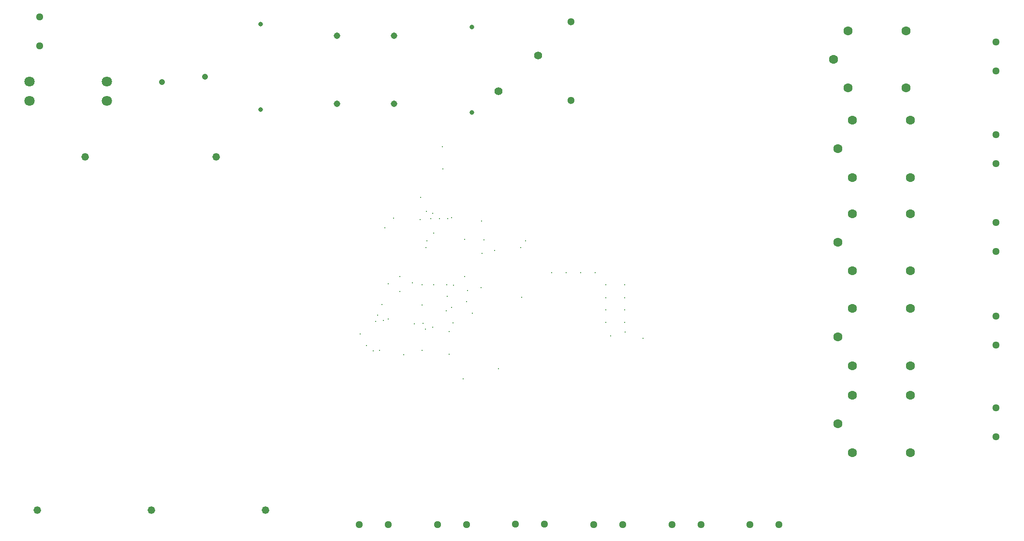
<source format=gbr>
%TF.GenerationSoftware,Altium Limited,Altium Designer,23.11.1 (41)*%
G04 Layer_Color=0*
%FSLAX45Y45*%
%MOMM*%
%TF.SameCoordinates,7081611A-E9FA-4801-99CF-350105B7A270*%
%TF.FilePolarity,Positive*%
%TF.FileFunction,Plated,1,2,PTH,Drill*%
%TF.Part,Single*%
G01*
G75*
%TA.AperFunction,ComponentDrill*%
%ADD82C,1.42240*%
%ADD83C,1.39700*%
%ADD84C,1.32080*%
%ADD85C,1.29540*%
%ADD86C,1.30000*%
%ADD87C,1.80000*%
%ADD88C,1.05000*%
%ADD89C,0.80000*%
%ADD90C,1.60020*%
%ADD91C,1.29540*%
%ADD92C,1.14300*%
%TA.AperFunction,ViaDrill,NotFilled*%
%ADD93C,0.30000*%
D82*
X9482500Y8872500D02*
D03*
D83*
X8784000Y8243494D02*
D03*
D84*
X3842285Y7087154D02*
D03*
X2705000Y892500D02*
D03*
X4704996D02*
D03*
X705004D02*
D03*
X1542290Y7087154D02*
D03*
D85*
X10452499Y642220D02*
D03*
X10960499D02*
D03*
X13697299D02*
D03*
X13189299D02*
D03*
X6347300D02*
D03*
X6855300D02*
D03*
X7715700D02*
D03*
X8223700D02*
D03*
X9084099Y650000D02*
D03*
X9592099D02*
D03*
X11820899Y642220D02*
D03*
X12328899D02*
D03*
D86*
X10057500Y9458750D02*
D03*
Y8081250D02*
D03*
D87*
X572300Y8072220D02*
D03*
Y8412220D02*
D03*
X1922300D02*
D03*
Y8072220D02*
D03*
D88*
X2892500Y8400000D02*
D03*
X3642500Y8500000D02*
D03*
D89*
X8320000Y7867500D02*
D03*
Y9367500D02*
D03*
X4617500Y7920000D02*
D03*
Y9420000D02*
D03*
D90*
X14732001Y3929380D02*
D03*
X14986000Y4429760D02*
D03*
X16002000D02*
D03*
X14986000Y3429000D02*
D03*
X16002000D02*
D03*
X14732001Y2405380D02*
D03*
X14986000Y2905760D02*
D03*
X16002000D02*
D03*
X14986000Y1905000D02*
D03*
X16002000D02*
D03*
X14650275Y8798307D02*
D03*
X14904276Y9298687D02*
D03*
X15920274D02*
D03*
X14904276Y8297927D02*
D03*
X15920274D02*
D03*
X14732001Y7231380D02*
D03*
X14986000Y7731760D02*
D03*
X16002000D02*
D03*
X14986000Y6731000D02*
D03*
X16002000D02*
D03*
X14732001Y5595620D02*
D03*
X14986000Y6096000D02*
D03*
X16002000D02*
D03*
X14986000Y5095240D02*
D03*
X16002000D02*
D03*
D91*
X17500000Y9104630D02*
D03*
Y8596630D02*
D03*
Y7481570D02*
D03*
Y6973570D02*
D03*
Y5939790D02*
D03*
Y5431790D02*
D03*
Y4298950D02*
D03*
Y3790950D02*
D03*
Y2688590D02*
D03*
Y2180590D02*
D03*
X747300Y9550220D02*
D03*
Y9042220D02*
D03*
D92*
X5957502Y8020000D02*
D03*
Y9219998D02*
D03*
X6957500D02*
D03*
Y8020000D02*
D03*
D93*
X7798960Y7269480D02*
D03*
X7806580Y6878320D02*
D03*
X7510000Y4072500D02*
D03*
X7450000Y4845000D02*
D03*
X7650000D02*
D03*
X7990000Y4180000D02*
D03*
X7960000Y4452500D02*
D03*
X7890000Y4640000D02*
D03*
X7877500Y4850000D02*
D03*
X6637500Y4205000D02*
D03*
X6665000Y4315000D02*
D03*
X7277500Y4880000D02*
D03*
X7892500Y6007500D02*
D03*
X7517500Y5500000D02*
D03*
X7960000Y6025000D02*
D03*
X6471390Y3778610D02*
D03*
X6700000Y3700000D02*
D03*
X6587500Y3685000D02*
D03*
X6365000Y3987500D02*
D03*
X7411217Y5989121D02*
D03*
X7650000Y5750000D02*
D03*
X7750000Y6010000D02*
D03*
X9262500Y5617500D02*
D03*
X9170000Y5500000D02*
D03*
X8717500Y5447500D02*
D03*
X8497500Y5397500D02*
D03*
X8530000Y5634720D02*
D03*
X10667160Y4191000D02*
D03*
X11000000Y4015000D02*
D03*
X10997160Y4191000D02*
D03*
Y4404360D02*
D03*
Y4615180D02*
D03*
Y4846320D02*
D03*
X8167500Y3197500D02*
D03*
X8787500Y3370000D02*
D03*
X7053757Y4725204D02*
D03*
X7445000Y4492500D02*
D03*
X6747500Y4497500D02*
D03*
X8480000Y4800000D02*
D03*
X8227300Y4549720D02*
D03*
X7997500Y4840000D02*
D03*
X8244799Y4749721D02*
D03*
X7532500Y5616546D02*
D03*
X7595000Y6010000D02*
D03*
X9190000Y4627500D02*
D03*
X6947500Y6015000D02*
D03*
X7057300Y4992221D02*
D03*
X6797500Y5850000D02*
D03*
X7522500Y6135000D02*
D03*
X7872500Y4387500D02*
D03*
X6850000Y4867500D02*
D03*
X8327500Y4350000D02*
D03*
X7450000Y3700000D02*
D03*
X7127725Y3617500D02*
D03*
X7315225Y4157500D02*
D03*
X7467500Y4172500D02*
D03*
X6772500Y4222500D02*
D03*
X6850000Y4250000D02*
D03*
X11317500Y3905000D02*
D03*
X10477000Y5060000D02*
D03*
X8192500Y5642500D02*
D03*
Y4992500D02*
D03*
X7635000Y6100000D02*
D03*
X7630000Y4105000D02*
D03*
X7920000Y3625000D02*
D03*
Y4025000D02*
D03*
X9715000Y5060000D02*
D03*
X9969000D02*
D03*
X10223000D02*
D03*
X7419750Y6383358D02*
D03*
X8489800Y5964720D02*
D03*
X10750000Y3950000D02*
D03*
X10667160Y4404360D02*
D03*
Y4615180D02*
D03*
Y4846320D02*
D03*
%TF.MD5,6ab950dbea8002eeab7b27e1f74820da*%
M02*

</source>
